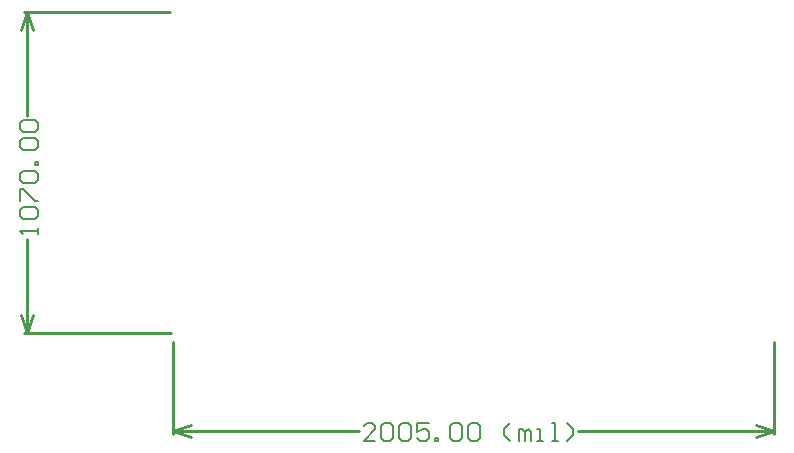
<source format=gm1>
G04 Layer_Color=16711935*
%FSLAX25Y25*%
%MOIN*%
G70*
G01*
G75*
%ADD30C,0.01000*%
%ADD45C,0.00600*%
D30*
X152500Y303000D02*
X201500D01*
X152500Y410000D02*
X201000D01*
X153500Y303000D02*
Y334306D01*
Y375494D02*
Y410000D01*
Y303000D02*
X155500Y309000D01*
X151500D02*
X153500Y303000D01*
X151500Y404000D02*
X153500Y410000D01*
X155500Y404000D01*
X402500Y269500D02*
Y300000D01*
X202000Y269500D02*
Y300000D01*
X337239Y270500D02*
X402500D01*
X202000D02*
X264061D01*
X396500Y272500D02*
X402500Y270500D01*
X396500Y268500D02*
X402500Y270500D01*
X202000D02*
X208000Y268500D01*
X202000Y270500D02*
X208000Y272500D01*
D45*
X157099Y335906D02*
Y337906D01*
Y336906D01*
X151101D01*
X152101Y335906D01*
Y340904D02*
X151101Y341904D01*
Y343903D01*
X152101Y344903D01*
X156099D01*
X157099Y343903D01*
Y341904D01*
X156099Y340904D01*
X152101D01*
X151101Y346903D02*
Y350901D01*
X152101D01*
X156099Y346903D01*
X157099D01*
X152101Y352901D02*
X151101Y353900D01*
Y355900D01*
X152101Y356899D01*
X156099D01*
X157099Y355900D01*
Y353900D01*
X156099Y352901D01*
X152101D01*
X157099Y358899D02*
X156099D01*
Y359898D01*
X157099D01*
Y358899D01*
X152101Y363897D02*
X151101Y364897D01*
Y366896D01*
X152101Y367896D01*
X156099D01*
X157099Y366896D01*
Y364897D01*
X156099Y363897D01*
X152101D01*
Y369895D02*
X151101Y370895D01*
Y372894D01*
X152101Y373894D01*
X156099D01*
X157099Y372894D01*
Y370895D01*
X156099Y369895D01*
X152101D01*
X269660Y266901D02*
X265661D01*
X269660Y270900D01*
Y271899D01*
X268660Y272899D01*
X266661D01*
X265661Y271899D01*
X271659D02*
X272659Y272899D01*
X274658D01*
X275658Y271899D01*
Y267901D01*
X274658Y266901D01*
X272659D01*
X271659Y267901D01*
Y271899D01*
X277657D02*
X278657Y272899D01*
X280657D01*
X281656Y271899D01*
Y267901D01*
X280657Y266901D01*
X278657D01*
X277657Y267901D01*
Y271899D01*
X287654Y272899D02*
X283656D01*
Y269900D01*
X285655Y270900D01*
X286654D01*
X287654Y269900D01*
Y267901D01*
X286654Y266901D01*
X284655D01*
X283656Y267901D01*
X289654Y266901D02*
Y267901D01*
X290653D01*
Y266901D01*
X289654D01*
X294652Y271899D02*
X295652Y272899D01*
X297651D01*
X298651Y271899D01*
Y267901D01*
X297651Y266901D01*
X295652D01*
X294652Y267901D01*
Y271899D01*
X300650D02*
X301650Y272899D01*
X303649D01*
X304649Y271899D01*
Y267901D01*
X303649Y266901D01*
X301650D01*
X300650Y267901D01*
Y271899D01*
X314646Y266901D02*
X312646Y268900D01*
Y270900D01*
X314646Y272899D01*
X317645Y266901D02*
Y270900D01*
X318644D01*
X319644Y269900D01*
Y266901D01*
Y269900D01*
X320643Y270900D01*
X321643Y269900D01*
Y266901D01*
X323643D02*
X325642D01*
X324642D01*
Y270900D01*
X323643D01*
X328641Y266901D02*
X330640D01*
X329641D01*
Y272899D01*
X328641D01*
X333639Y266901D02*
X335639Y268900D01*
Y270900D01*
X333639Y272899D01*
M02*

</source>
